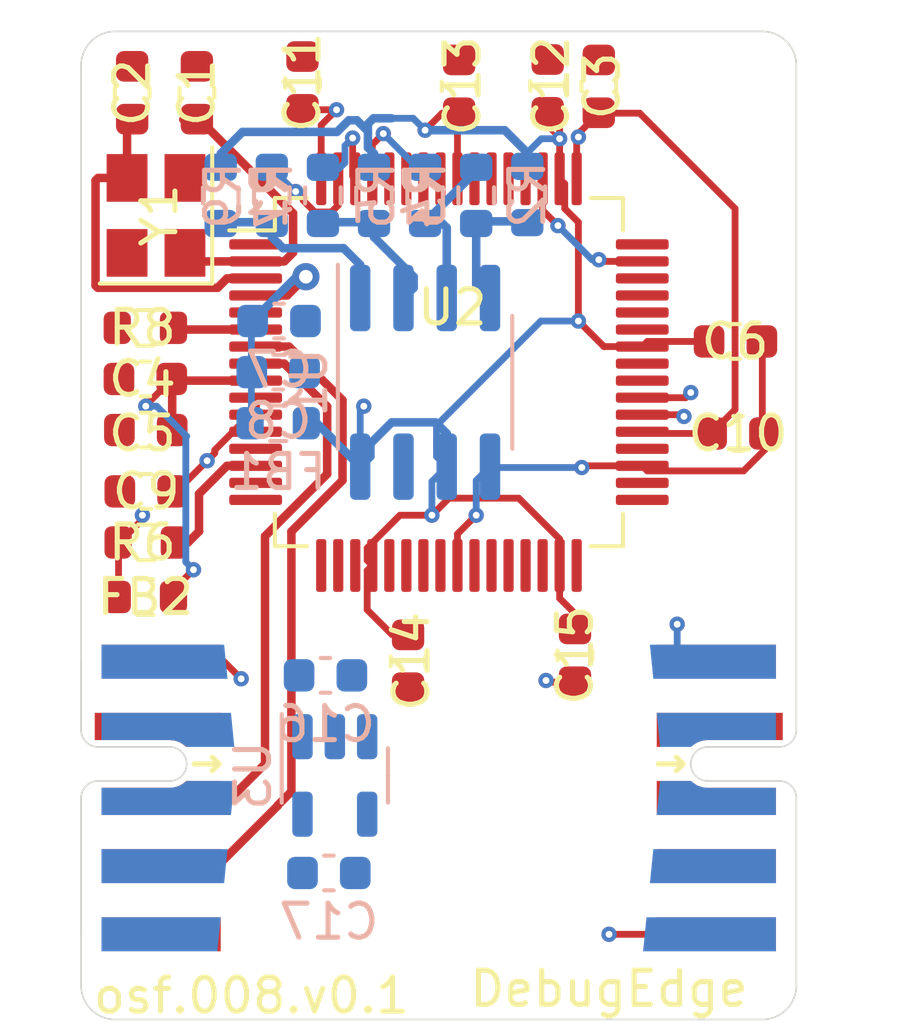
<source format=kicad_pcb>
(kicad_pcb (version 20211014) (generator pcbnew)
  (layers (0 "F.Cu" signal) (1 "In1.Cu" signal) (2 "In2.Cu" signal) (31 "B.Cu" signal) (34 "B.Paste" user) (35 "F.Paste" user) (36 "B.SilkS" user "B.Silkscreen") (37 "F.SilkS" user "F.Silkscreen") (38 "B.Mask" user) (39 "F.Mask" user) (44 "Edge.Cuts" user))
  (net 0 "")
  (net 1 "GND")
  (net 2 "Net-(C1-Pad1)")
  (net 3 "Net-(C7-Pad1)")
  (net 4 "+3V3")
  (net 5 "/Sheet603703E3/DM")
  (net 6 "/Sheet603703E3/DP")
  (net 7 "Net-(R9-Pad1)")
  (net 8 "Net-(R7-Pad1)")
  (net 9 "Net-(R5-Pad1)")
  (net 10 "/Sheet603703E3/RX")
  (net 11 "/Sheet603703E3/TX")
  (net 12 "/Sheet603703E3/TMS")
  (net 13 "/Sheet603703E3/TDO")
  (net 14 "/Sheet603703E3/TDI")
  (net 15 "/Sheet603703E3/TCK")
  (net 16 "Net-(R6-Pad1)")
  (net 17 "Net-(R8-Pad1)")
  (net 18 "Net-(C2-Pad1)")
  (net 19 "/Sheet603703E3/~{reset}")
  (net 20 "+1V8")
  (net 21 "Net-(C4-Pad1)")
  (net 22 "Net-(R1-Pad1)")
  (net 23 "Net-(R2-Pad1)")
  (net 24 "Net-(R3-Pad1)")
  (net 25 "Net-(R4-Pad1)")
  (net 26 "/Sheet603703E3/VCC")
  (net 27 "/Sheet603703E3/Vref")
  (footprint "on_edge:on_edge_2x05_device" (layer "F.Cu") (at 130 106.5 -90)
    (fp_text reference "J1")
    (fp_text value "008_USB_2x2")
    (fp_line (start 0 0) (end 4 0) (layer "Edge.Cuts") (width 0.05))
    (fp_line (start -1.5 -2.6) (end -1.5 -0.5) (layer "Edge.Cuts") (width 0.05))
    (fp_line (start -4 0) (end -2 0) (layer "Edge.Cuts") (width 0.05))
    (fp_line (start -0.5 -0.5) (end -0.5 -2.6) (layer "Edge.Cuts") (width 0.05))
    (fp_arc (start -1.5 -2.6) (mid -1 -3.1) (end -0.5 -2.6) (layer "Edge.Cuts") (width 0.05))
    (fp_arc (start -1.5 -0.5) (mid -1.646447 -0.146447) (end -2 0) (layer "Edge.Cuts") (width 0.05))
    (fp_arc (start 0 0) (mid -0.353553 -0.146447) (end -0.5 -0.5) (layer "Edge.Cuts") (width 0.05))
  )
  (footprint "Package_QFP:LQFP-64_10x10mm_P0.5mm" (layer "F.Cu") (at 140.8 94)
    (fp_text reference "U2")
    (fp_text value "FT2232H")
  )
  (footprint "on_edge:on_edge_2x05_host" (layer "F.Cu") (at 151 106.5 -90)
    (fp_text reference "J2")
    (fp_text value "DebugEdge_02x05")
    (fp_line (start -0.5 2.6) (end -0.5 0.5) (layer "Edge.Cuts") (width 0.05))
    (fp_line (start -4 0) (end -2 0) (layer "Edge.Cuts") (width 0.05))
    (fp_line (start 0 0) (end 4 0) (layer "Edge.Cuts") (width 0.05))
    (fp_line (start -1.5 0.5) (end -1.5 2.6) (layer "Edge.Cuts") (width 0.05))
    (fp_arc (start -2 0) (mid -1.646447 0.146447) (end -1.5 0.5) (layer "Edge.Cuts") (width 0.05))
    (fp_arc (start -0.5 0.5) (mid -0.353553 0.146447) (end 0 0) (layer "Edge.Cuts") (width 0.05))
    (fp_arc (start -0.5 2.6) (mid -1 3.1) (end -1.5 2.6) (layer "Edge.Cuts") (width 0.05))
  )
  (footprint "Capacitor_SMD:C_0603_1608Metric" (layer "F.Cu") (at 133.4 85.8 90)
    (fp_text reference "C1")
    (fp_text value "12pF")
  )
  (footprint "Capacitor_SMD:C_0603_1608Metric" (layer "F.Cu") (at 131.5 85.8 90)
    (fp_text reference "C2")
    (fp_text value "12pF")
  )
  (footprint "Capacitor_SMD:C_0603_1608Metric" (layer "F.Cu") (at 145.2 85.6125 90)
    (fp_text reference "C3")
    (fp_text value "4.7uF")
  )
  (footprint "Capacitor_SMD:C_0603_1608Metric" (layer "F.Cu") (at 131.8875 94.2 180)
    (fp_text reference "C4")
    (fp_text value "4.7uF")
  )
  (footprint "Capacitor_SMD:C_0603_1608Metric" (layer "F.Cu") (at 131.9 95.7 180)
    (fp_text reference "C5")
    (fp_text value "100nF")
  )
  (footprint "Capacitor_SMD:C_0603_1608Metric" (layer "F.Cu") (at 149.2125 93.1)
    (fp_text reference "C6")
    (fp_text value "4.7uF")
  )
  (footprint "Resistor_SMD:R_0603_1608Metric" (layer "F.Cu") (at 131.8875 100.6 180)
    (fp_text reference "FB2")
    (fp_text value "220R")
  )
  (footprint "Resistor_SMD:R_0603_1608Metric" (layer "F.Cu") (at 131.9125 99 180)
    (fp_text reference "R6")
    (fp_text value "1k")
  )
  (footprint "Resistor_SMD:R_0603_1608Metric" (layer "F.Cu") (at 131.8875 92.7 180)
    (fp_text reference "R8")
    (fp_text value "12k")
  )
  (footprint "Crystal:Crystal_SMD_3225-4Pin_3.2x2.5mm" (layer "F.Cu") (at 132.2 89.4 90)
    (fp_text reference "Y1")
    (fp_text value "12MHz")
  )
  (footprint "Capacitor_SMD:C_0603_1608Metric" (layer "F.Cu") (at 131.9125 97.5 180)
    (fp_text reference "C9")
    (fp_text value "100nF")
  )
  (footprint "Capacitor_SMD:C_0603_1608Metric" (layer "F.Cu") (at 149.2875 95.8)
    (fp_text reference "C10")
    (fp_text value "100nF")
  )
  (footprint "Capacitor_SMD:C_0603_1608Metric" (layer "F.Cu") (at 136.5 85.5125 90)
    (fp_text reference "C11")
    (fp_text value "100nF")
  )
  (footprint "Capacitor_SMD:C_0603_1608Metric" (layer "F.Cu") (at 143.7 85.6 90)
    (fp_text reference "C12")
    (fp_text value "100nF")
  )
  (footprint "Capacitor_SMD:C_0603_1608Metric" (layer "F.Cu") (at 141.1 85.6125 90)
    (fp_text reference "C13")
    (fp_text value "100nF")
  )
  (footprint "Capacitor_SMD:C_0603_1608Metric" (layer "F.Cu") (at 139.6 102.4875 -90)
    (fp_text reference "C14")
    (fp_text value "100nF")
  )
  (footprint "Capacitor_SMD:C_0603_1608Metric" (layer "F.Cu") (at 144.5 102.3125 -90)
    (fp_text reference "C15")
    (fp_text value "100nF")
  )
  (footprint "Capacitor_SMD:C_0603_1608Metric" (layer "B.Cu") (at 135.8125 92.5)
    (fp_text reference "C7")
    (fp_text value "4.7uF")
  )
  (footprint "Capacitor_SMD:C_0603_1608Metric" (layer "B.Cu") (at 135.7875 94)
    (fp_text reference "C8")
    (fp_text value "100nF")
  )
  (footprint "Resistor_SMD:R_0603_1608Metric" (layer "B.Cu") (at 135.7875 95.5)
    (fp_text reference "FB1")
    (fp_text value "220R")
  )
  (footprint "Resistor_SMD:R_0603_1608Metric" (layer "B.Cu") (at 134.1 88.8125 90)
    (fp_text reference "R1")
    (fp_text value "10k")
  )
  (footprint "Resistor_SMD:R_0603_1608Metric" (layer "B.Cu") (at 143.1 88.7875 90)
    (fp_text reference "R2")
    (fp_text value "10k")
  )
  (footprint "Resistor_SMD:R_0603_1608Metric" (layer "B.Cu") (at 141.6 88.8125 -90)
    (fp_text reference "R3")
    (fp_text value "2.2k")
  )
  (footprint "Resistor_SMD:R_0603_1608Metric" (layer "B.Cu") (at 138.6 88.8125 90)
    (fp_text reference "R4")
    (fp_text value "10k")
  )
  (footprint "Resistor_SMD:R_0603_1608Metric" (layer "B.Cu") (at 140.1 88.8125 -90)
    (fp_text reference "R5")
    (fp_text value "33R")
  )
  (footprint "Resistor_SMD:R_0603_1608Metric" (layer "B.Cu") (at 137.1 88.8125 -90)
    (fp_text reference "R7")
    (fp_text value "33R")
  )
  (footprint "Resistor_SMD:R_0603_1608Metric" (layer "B.Cu") (at 135.6 88.8125 -90)
    (fp_text reference "R9")
    (fp_text value "33R")
  )
  (footprint "Package_SO:SOIC-8_3.9x4.9mm_P1.27mm" (layer "B.Cu") (at 140.1 94.3 -90)
    (fp_text reference "U1")
    (fp_text value "93CxxC")
  )
  (footprint "Capacitor_SMD:C_0603_1608Metric" (layer "B.Cu") (at 137.175 102.9)
    (fp_text reference "C16")
    (fp_text value "100nF")
  )
  (footprint "Package_TO_SOT_SMD:SOT-23-5" (layer "B.Cu") (at 137.45 105.8375 -90)
    (fp_text reference "U3")
    (fp_text value "TC1017-xCT")
  )
  (footprint "Capacitor_SMD:C_0603_1608Metric" (layer "B.Cu") (at 137.275 108.7)
    (fp_text reference "C17")
    (fp_text value "100nF")
  )
  (gr_line (start 151 102.5) (end 151 85) (layer "Edge.Cuts") (width 0.05))
  (gr_line (start 130 104.5) (end 130 85) (layer "Edge.Cuts") (width 0.05))
  (gr_line (start 150 113) (end 131 113) (layer "Edge.Cuts") (width 0.05))
  (gr_line (start 131 84) (end 150 84) (layer "Edge.Cuts") (width 0.05))
  (gr_arc (start 131 113) (mid 130.292893 112.707107) (end 130 112) (layer "Edge.Cuts") (width 0.05))
  (gr_line (start 130 110.5) (end 130 106.5) (layer "Edge.Cuts") (width 0.05))
  (gr_line (start 151 112) (end 151 110.5) (layer "Edge.Cuts") (width 0.05))
  (gr_arc (start 130 85) (mid 130.292893 84.292893) (end 131 84) (layer "Edge.Cuts") (width 0.05))
  (gr_arc (start 151 112) (mid 150.707107 112.707107) (end 150 113) (layer "Edge.Cuts") (width 0.05))
  (gr_line (start 130 112) (end 130 110.5) (layer "Edge.Cuts") (width 0.05))
  (gr_arc (start 150 84) (mid 150.707107 84.292893) (end 151 85) (layer "Edge.Cuts") (width 0.05))
  (gr_text "DebugEdge" (at 145.5 112.1) (layer "F.SilkS") (effects (font (size 1 1))))
  (gr_text "osf.008.v0.1" (at 135 112.3) (layer "F.SilkS") (effects (font (size 1 1))))
  (segment (start 150 93.1) (end 150 95.725) (width 0.2) (layer "F.Cu") (net 1))
  (segment (start 146.475 96.75) (end 146.625 96.9) (width 0.2) (layer "F.Cu") (net 1))
  (segment (start 134.2 102.5) (end 132.35 102.5) (width 0.2) (layer "F.Cu") (net 1))
  (segment (start 150.075 96.275) (end 150.075 95.8) (width 0.2) (layer "F.Cu") (net 1))
  (segment (start 143.55 89.25) (end 143.55 88.325) (width 0.2) (layer "F.Cu") (net 1))
  (segment (start 141.05 98.75) (end 141.6 98.2) (width 0.2) (layer "F.Cu") (net 1))
  (segment (start 146.475 96.75) (end 144.75 96.75) (width 0.2) (layer "F.Cu") (net 1))
  (segment (start 144 89.7) (end 143.55 89.25) (width 0.2) (layer "F.Cu") (net 1))
  (segment (start 146.625 96.9) (end 149.45 96.9) (width 0.2) (layer "F.Cu") (net 1))
  (segment (start 149.45 96.9) (end 150.075 96.275) (width 0.2) (layer "F.Cu") (net 1))
  (segment (start 146.475 90.75) (end 145.25 90.75) (width 0.2) (layer "F.Cu") (net 1))
  (segment (start 134.7 103) (end 134.2 102.5) (width 0.2) (layer "F.Cu") (net 1))
  (segment (start 150 95.725) (end 150.075 95.8) (width 0.2) (layer "F.Cu") (net 1))
  (segment (start 145.25 90.75) (end 145.2 90.7) (width 0.2) (layer "F.Cu") (net 1))
  (segment (start 135.125 94.75) (end 135.125 95.25) (width 0.25) (layer "F.Cu") (net 1))
  (segment (start 143.7 103.1) (end 143.65 103.05) (width 0.2) (layer "F.Cu") (net 1))
  (segment (start 141.05 99.675) (end 141.05 98.75) (width 0.2) (layer "F.Cu") (net 1))
  (segment (start 144.75 96.75) (end 144.7 96.8) (width 0.2) (layer "F.Cu") (net 1))
  (segment (start 144.5 103.1) (end 143.7 103.1) (width 0.2) (layer "F.Cu") (net 1))
  (via (at 144.7 96.8) (size 0.45) (drill 0.2) (layers "F.Cu" "B.Cu") (net 1))
  (via (at 143.65 103.05) (size 0.45) (drill 0.2) (layers "F.Cu" "B.Cu") (net 1))
  (via (at 134.7 103) (size 0.45) (drill 0.2) (layers "F.Cu" "B.Cu") (net 1))
  (via (at 141.6 98.2) (size 0.45) (drill 0.2) (layers "F.Cu" "B.Cu") (net 1))
  (via (at 144 89.7) (size 0.45) (drill 0.2) (layers "F.Cu" "B.Cu") (net 1))
  (via (at 145.2 90.7) (size 0.45) (drill 0.2) (layers "F.Cu" "B.Cu") (net 1))
  (segment (start 145 90.7) (end 144 89.7) (width 0.2) (layer "B.Cu") (net 1))
  (segment (start 145.2 90.7) (end 145 90.7) (width 0.2) (layer "B.Cu") (net 1))
  (segment (start 144.7 96.8) (end 142.03 96.8) (width 0.2) (layer "B.Cu") (net 1))
  (segment (start 142.03 96.8) (end 142.005 96.775) (width 0.2) (layer "B.Cu") (net 1))
  (segment (start 141.6 98.2) (end 141.6 97.18) (width 0.2) (layer "B.Cu") (net 1))
  (segment (start 141.6 97.18) (end 142.005 96.775) (width 0.2) (layer "B.Cu") (net 1))
  (segment (start 136.22501 90.490692) (end 136.22501 89.33751) (width 0.25) (layer "F.Cu") (net 2))
  (segment (start 135.965702 90.75) (end 136.22501 90.490692) (width 0.25) (layer "F.Cu") (net 2))
  (segment (start 133.475 86.5875) (end 133 86.5875) (width 0.25) (layer "F.Cu") (net 2))
  (segment (start 136.22501 89.33751) (end 133.475 86.5875) (width 0.25) (layer "F.Cu") (net 2))
  (segment (start 135.125 90.75) (end 133.3 90.75) (width 0.25) (layer "F.Cu") (net 2))
  (segment (start 135.125 90.75) (end 135.965702 90.75) (width 0.25) (layer "F.Cu") (net 2))
  (segment (start 133.3 90.75) (end 133.05 90.5) (width 0.25) (layer "F.Cu") (net 2))
  (segment (start 135.125 91.75) (end 136.05 91.75) (width 0.25) (layer "F.Cu") (net 3))
  (segment (start 136.05 91.75) (end 136.6 91.2) (width 0.25) (layer "F.Cu") (net 3))
  (via (at 136.6 91.2) (size 0.8) (drill 0.4) (layers "F.Cu" "B.Cu") (net 3))
  (segment (start 136.6 91.2) (end 136.325 91.2) (width 0.25) (layer "B.Cu") (net 3))
  (segment (start 135 94) (end 135 92.525) (width 0.2) (layer "B.Cu") (net 3))
  (segment (start 135 92.525) (end 135.025 92.5) (width 0.2) (layer "B.Cu") (net 3))
  (segment (start 135 95.5) (end 135 94) (width 0.2) (layer "B.Cu") (net 3))
  (segment (start 136.325 91.2) (end 135.025 92.5) (width 0.25) (layer "B.Cu") (net 3))
  (segment (start 144.5 101.0875) (end 144.05 100.6375) (width 0.2) (layer "F.Cu") (net 4))
  (segment (start 140.8 97.7) (end 140.3 98.2) (width 0.2) (layer "F.Cu") (net 4))
  (segment (start 131.8 98.325) (end 131.125 99) (width 0.2) (layer "F.Cu") (net 4))
  (segment (start 146.625 93.1) (end 146.475 93.25) (width 0.2) (layer "F.Cu") (net 4))
  (segment (start 138.55 99.675) (end 138.4 99.825) (width 0.2) (layer "F.Cu") (net 4))
  (segment (start 144.6 92.5) (end 145.35 93.25) (width 0.2) (layer "F.Cu") (net 4))
  (segment (start 140.6 86.4) (end 140.1 86.9) (width 0.2) (layer "F.Cu") (net 4))
  (segment (start 148.425 93.1) (end 146.625 93.1) (width 0.2) (layer "F.Cu") (net 4))
  (segment (start 144.05 88.325) (end 144.2 88.475) (width 0.2) (layer "F.Cu") (net 4))
  (segment (start 144.05 100.6375) (end 144.05 100.45) (width 0.2) (layer "F.Cu") (net 4))
  (segment (start 143.7 86.825) (end 144.025 87.15) (width 0.1) (layer "F.Cu") (net 4))
  (segment (start 139.361074 98.2) (end 139.981802 98.2) (width 0.2) (layer "F.Cu") (net 4))
  (segment (start 144.05 86.7375) (end 143.7 86.3875) (width 0.2) (layer "F.Cu") (net 4))
  (segment (start 138.4 100.975) (end 139.125 101.7) (width 0.2) (layer "F.Cu") (net 4))
  (segment (start 144.2 89.2) (end 144.6 89.6) (width 0.2) (layer "F.Cu") (net 4))
  (segment (start 144.05 100.45) (end 144.05 99.675) (width 0.2) (layer "F.Cu") (net 4))
  (segment (start 144.025 87.15) (end 144.05 87.15) (width 0.1) (layer "F.Cu") (net 4))
  (segment (start 144.5 101.525) (end 144.5 101.0875) (width 0.2) (layer "F.Cu") (net 4))
  (segment (start 138.4 99.525) (end 138.4 99.161074) (width 0.2) (layer "F.Cu") (net 4))
  (segment (start 141.05 88.325) (end 141.05 86.45) (width 0.2) (layer "F.Cu") (net 4))
  (segment (start 145.35 93.25) (end 146.475 93.25) (width 0.2) (layer "F.Cu") (net 4))
  (segment (start 144.05 99.675) (end 144.05 98.9) (width 0.2) (layer "F.Cu") (net 4))
  (segment (start 139.125 101.7) (end 139.6 101.7) (width 0.2) (layer "F.Cu") (net 4))
  (segment (start 144.6 89.6) (end 144.6 92.5) (width 0.2) (layer "F.Cu") (net 4))
  (segment (start 144.05 98.9) (end 142.85 97.7) (width 0.2) (layer "F.Cu") (net 4))
  (segment (start 142.85 97.7) (end 140.8 97.7) (width 0.2) (layer "F.Cu") (net 4))
  (segment (start 131.1 99.025) (end 131.125 99) (width 0.2) (layer "F.Cu") (net 4))
  (segment (start 138.4 99.161074) (end 139.361074 98.2) (width 0.2) (layer "F.Cu") (net 4))
  (segment (start 141.05 86.45) (end 141.1 86.4) (width 0.2) (layer "F.Cu") (net 4))
  (segment (start 131.8 98.2) (end 131.8 98.325) (width 0.2) (layer "F.Cu") (net 4))
  (segment (start 144.05 88.325) (end 144.05 86.7375) (width 0.2) (layer "F.Cu") (net 4))
  (segment (start 143.7 86.3875) (end 143.7 86.825) (width 0.1) (layer "F.Cu") (net 4))
  (segment (start 144.2 88.475) (end 144.2 89.2) (width 0.2) (layer "F.Cu") (net 4))
  (segment (start 141.1 86.4) (end 140.6 86.4) (width 0.2) (layer "F.Cu") (net 4))
  (segment (start 139.981802 98.2) (end 140.3 98.2) (width 0.2) (layer "F.Cu") (net 4))
  (segment (start 138.4 99.825) (end 138.4 100.975) (width 0.2) (layer "F.Cu") (net 4))
  (segment (start 131.1 100.6) (end 131.1 99.025) (width 0.2) (layer "F.Cu") (net 4))
  (segment (start 138.55 99.675) (end 138.4 99.525) (width 0.2) (layer "F.Cu") (net 4))
  (via (at 138.3 95) (size 0.45) (drill 0.2) (layers "F.Cu" "B.Cu") (net 4))
  (via (at 131.8 98.2) (size 0.45) (drill 0.2) (layers "F.Cu" "B.Cu") (net 4))
  (via (at 144.6 92.5) (size 0.45) (drill 0.2) (layers "F.Cu" "B.Cu") (net 4))
  (via (at 140.3 98.2) (size 0.45) (drill 0.2) (layers "F.Cu" "B.Cu") (net 4))
  (via (at 140.1 86.9) (size 0.45) (drill 0.2) (layers "F.Cu" "B.Cu") (net 4))
  (via (at 144.05 87.15) (size 0.45) (drill 0.2) (layers "F.Cu" "B.Cu") (net 4))
  (segment (start 138.422803 87.410303) (end 138.422803 86.932535) (width 0.25) (layer "B.Cu") (net 4))
  (segment (start 138.6 88.025) (end 138.6 87.5875) (width 0.25) (layer "B.Cu") (net 4))
  (segment (start 134.1 87.5875) (end 134.1 88.025) (width 0.25) (layer "B.Cu") (net 4))
  (segment (start 138.422803 86.711193) (end 138.422803 87.410303) (width 0.25) (layer "B.Cu") (net 4))
  (segment (start 140.3 98.2) (end 140.3 97.21) (width 0.2) (layer "B.Cu") (net 4))
  (segment (start 143.5125 87.15) (end 143.731802 87.15) (width 0.2) (layer "B.Cu") (net 4))
  (segment (start 136.575 95.5) (end 136.92 95.5) (width 0.25) (layer "B.Cu") (net 4))
  (segment (start 138.195 95.105) (end 138.3 95) (width 0.2) (layer "B.Cu") (net 4))
  (segment (start 138.195 96.775) (end 138.495 96.475) (width 0.25) (layer "B.Cu") (net 4))
  (segment (start 138.583998 86.549998) (end 138.422803 86.711193) (width 0.25) (layer "B.Cu") (net 4))
  (segment (start 143.1 87.5625) (end 143.5125 87.15) (width 0.2) (layer "B.Cu") (net 4))
  (segment (start 139.749998 86.549998) (end 139.116002 86.549998) (width 0.2) (layer "B.Cu") (net 4))
  (segment (start 143.1 87.5625) (end 142.4375 86.9) (width 0.25) (layer "B.Cu") (net 4))
  (segment (start 140.40999 95.47499) (end 140.735 95.8) (width 0.25) (layer "B.Cu") (net 4))
  (segment (start 143.731802 87.15) (end 144.05 87.15) (width 0.2) (layer "B.Cu") (net 4))
  (segment (start 137.857061 86.608941) (end 137.516001 86.950001) (width 0.25) (layer "B.Cu") (net 4))
  (segment (start 140.735 96.775) (end 140.435 96.475) (width 0.2) (layer "B.Cu") (net 4))
  (segment (start 140.735 95.8) (end 140.735 96.775) (width 0.25) (layer "B.Cu") (net 4))
  (segment (start 140.3 97.21) (end 140.735 96.775) (width 0.2) (layer "B.Cu") (net 4))
  (segment (start 138.422803 86.932535) (end 138.099209 86.608941) (width 0.25) (layer "B.Cu") (net 4))
  (segment (start 139.116002 86.549998) (end 138.583998 86.549998) (width 0.25) (layer "B.Cu") (net 4))
  (segment (start 140.435 95.565) (end 143.5 92.5) (width 0.2) (layer "B.Cu") (net 4))
  (segment (start 138.495 96.098232) (end 139.118242 95.47499) (width 0.25) (layer "B.Cu") (net 4))
  (segment (start 138.6 87.5875) (end 138.422803 87.410303) (width 0.25) (layer "B.Cu") (net 4))
  (segment (start 140.435 96.475) (end 140.435 95.565) (width 0.2) (layer "B.Cu") (net 4))
  (segment (start 138.195 96.775) (end 138.195 95.105) (width 0.2) (layer "B.Cu") (net 4))
  (segment (start 138.495 96.475) (end 138.495 96.098232) (width 0.25) (layer "B.Cu") (net 4))
  (segment (start 143.1 88) (end 143.1 87.5625) (width 0.2) (layer "B.Cu") (net 4))
  (segment (start 143.5 92.5) (end 144.6 92.5) (width 0.2) (layer "B.Cu") (net 4))
  (segment (start 137.516001 86.950001) (end 134.737499 86.950001) (width 0.25) (layer "B.Cu") (net 4))
  (segment (start 142.4375 86.9) (end 140.1 86.9) (width 0.25) (layer "B.Cu") (net 4))
  (segment (start 140.1 86.9) (end 139.749998 86.549998) (width 0.2) (layer "B.Cu") (net 4))
  (segment (start 138.099209 86.608941) (end 137.857061 86.608941) (width 0.25) (layer "B.Cu") (net 4))
  (segment (start 136.92 95.5) (end 138.195 96.775) (width 0.25) (layer "B.Cu") (net 4))
  (segment (start 134.737499 86.950001) (end 134.1 87.5875) (width 0.25) (layer "B.Cu") (net 4))
  (segment (start 139.118242 95.47499) (end 140.40999 95.47499) (width 0.25) (layer "B.Cu") (net 4))
  (segment (start 135.774423 106.711634) (end 135.774423 106.725577) (width 0.25) (layer "F.Cu") (net 5))
  (segment (start 137.675012 97.1771) (end 136.174422 98.67769) (width 0.25) (layer "F.Cu") (net 5))
  (segment (start 135.125 93.25) (end 136.102113 93.25) (width 0.25) (layer "F.Cu") (net 5))
  (segment (start 137.675012 94.822899) (end 137.675012 97.1771) (width 0.25) (layer "F.Cu") (net 5))
  (segment (start 135.774423 106.725577) (end 134 108.5) (width 0.25) (layer "F.Cu") (net 5))
  (segment (start 134 108.5) (end 132.35 108.5) (width 0.25) (layer "F.Cu") (net 5))
  (segment (start 136.174422 98.67769) (end 136.174422 106.311635) (width 0.25) (layer "F.Cu") (net 5))
  (segment (start 136.174422 106.311635) (end 135.774423 106.711634) (width 0.25) (layer "F.Cu") (net 5))
  (segment (start 136.102113 93.25) (end 137.675012 94.822899) (width 0.25) (layer "F.Cu") (net 5))
  (segment (start 137.225001 96.990701) (end 135.4 98.815702) (width 0.25) (layer "F.Cu") (net 6))
  (segment (start 135.125 93.75) (end 135.965702 93.75) (width 0.25) (layer "F.Cu") (net 6))
  (segment (start 134.4 106.5) (end 133.6 106.5) (width 0.25) (layer "F.Cu") (net 6))
  (segment (start 135.4 105.5) (end 134.4 106.5) (width 0.25) (layer "F.Cu") (net 6))
  (segment (start 135.965702 93.75) (end 137.225001 95.009299) (width 0.25) (layer "F.Cu") (net 6))
  (segment (start 135.4 98.815702) (end 135.4 105.5) (width 0.25) (layer "F.Cu") (net 6))
  (segment (start 137.225001 95.009299) (end 137.225001 96.990701) (width 0.25) (layer "F.Cu") (net 6))
  (segment (start 137.55 89.1) (end 137.55 88.325) (width 0.2) (layer "F.Cu") (net 7))
  (segment (start 136.524999 88.963925) (end 136.861084 89.30001) (width 0.2) (layer "F.Cu") (net 7))
  (segment (start 137.34999 89.30001) (end 137.55 89.1) (width 0.2) (layer "F.Cu") (net 7))
  (segment (start 136.524999 88.924999) (end 136.524999 88.963925) (width 0.2) (layer "F.Cu") (net 7))
  (segment (start 136.3 88.7) (end 136.524999 88.924999) (width 0.2) (layer "F.Cu") (net 7))
  (segment (start 136.861084 89.30001) (end 137.34999 89.30001) (width 0.2) (layer "F.Cu") (net 7))
  (via (at 136.3 88.7) (size 0.45) (drill 0.2) (layers "F.Cu" "B.Cu") (net 7))
  (segment (start 136.275 88.7) (end 135.6 88.025) (width 0.2) (layer "B.Cu") (net 7))
  (segment (start 136.3 88.7) (end 136.275 88.7) (width 0.2) (layer "B.Cu") (net 7))
  (segment (start 137.972801 87.129612) (end 137.972801 88.247801) (width 0.2) (layer "F.Cu") (net 8))
  (segment (start 137.972801 88.247801) (end 138.05 88.325) (width 0.2) (layer "F.Cu") (net 8))
  (via (at 137.972801 87.129612) (size 0.45) (drill 0.2) (layers "F.Cu" "B.Cu") (net 8))
  (segment (start 137.1 88.025) (end 137.575 88.025) (width 0.2) (layer "B.Cu") (net 8))
  (segment (start 137.747802 87.852198) (end 137.747802 87.354611) (width 0.2) (layer "B.Cu") (net 8))
  (segment (start 137.747802 87.354611) (end 137.972801 87.129612) (width 0.2) (layer "B.Cu") (net 8))
  (segment (start 137.575 88.025) (end 137.747802 87.852198) (width 0.2) (layer "B.Cu") (net 8))
  (segment (start 138.872813 87) (end 138.55 87.322813) (width 0.2) (layer "F.Cu") (net 9))
  (segment (start 138.55 87.322813) (end 138.55 88.325) (width 0.2) (layer "F.Cu") (net 9))
  (via (at 138.872813 87) (size 0.45) (drill 0.2) (layers "F.Cu" "B.Cu") (net 9))
  (segment (start 139.897813 88.025) (end 138.872813 87) (width 0.2) (layer "B.Cu") (net 9))
  (segment (start 140.1 88.025) (end 139.897813 88.025) (width 0.2) (layer "B.Cu") (net 9))
  (segment (start 147.75 94.75) (end 147.9 94.6) (width 0.2) (layer "F.Cu") (net 10))
  (segment (start 146.475 94.75) (end 147.75 94.75) (width 0.2) (layer "F.Cu") (net 10))
  (segment (start 145.5 110.5) (end 148.65 110.5) (width 0.2) (layer "F.Cu") (net 10))
  (via (at 147.9 94.6) (size 0.45) (drill 0.2) (layers "F.Cu" "B.Cu") (net 10))
  (via (at 145.5 110.5) (size 0.45) (drill 0.2) (layers "F.Cu" "B.Cu") (net 10))
  (segment (start 146.475 95.25) (end 147.65 95.25) (width 0.2) (layer "F.Cu") (net 11))
  (segment (start 147.65 95.25) (end 147.7 95.3) (width 0.2) (layer "F.Cu") (net 11))
  (via (at 147.7 95.3) (size 0.45) (drill 0.2) (layers "F.Cu" "B.Cu") (net 11))
  (via (at 147.5 101.4) (size 0.45) (drill 0.2) (layers "F.Cu" "B.Cu") (net 11))
  (segment (start 147.5 101.4) (end 147.5 102.4) (width 0.2) (layer "B.Cu") (net 11))
  (segment (start 147.5 102.4) (end 148.5 102.4) (width 0.2) (layer "B.Cu") (net 11))
  (segment (start 148.5 102.4) (end 148.6 102.5) (width 0.2) (layer "B.Cu") (net 11))
  (segment (start 133.46251 97.571788) (end 133.46251 98.67499) (width 0.25) (layer "F.Cu") (net 16))
  (segment (start 133.46251 98.67499) (end 133.1375 99) (width 0.25) (layer "F.Cu") (net 16))
  (segment (start 133.1375 99) (end 132.7 99) (width 0.25) (layer "F.Cu") (net 16))
  (segment (start 135.125 96.75) (end 134.284298 96.75) (width 0.25) (layer "F.Cu") (net 16))
  (segment (start 134.284298 96.75) (end 133.46251 97.571788) (width 0.25) (layer "F.Cu") (net 16))
  (segment (start 132.675 92.7) (end 132.725 92.75) (width 0.25) (layer "F.Cu") (net 17))
  (segment (start 132.725 92.75) (end 135.025 92.75) (width 0.25) (layer "F.Cu") (net 17))
  (segment (start 131.35 88.3) (end 131.35 86.7375) (width 0.25) (layer "F.Cu") (net 18))
  (segment (start 131.35 86.7375) (end 131.5 86.5875) (width 0.25) (layer "F.Cu") (net 18))
  (segment (start 130.424999 91.460001) (end 130.489999 91.525001) (width 0.25) (layer "F.Cu") (net 18))
  (segment (start 131.35 88.3) (end 130.5 88.3) (width 0.25) (layer "F.Cu") (net 18))
  (segment (start 134.35 91.25) (end 135.125 91.25) (width 0.25) (layer "F.Cu") (net 18))
  (segment (start 130.5 88.3) (end 130.424999 88.375001) (width 0.25) (layer "F.Cu") (net 18))
  (segment (start 130.424999 88.375001) (end 130.424999 91.460001) (width 0.25) (layer "F.Cu") (net 18))
  (segment (start 134.009297 91.525001) (end 134.284298 91.25) (width 0.25) (layer "F.Cu") (net 18))
  (segment (start 130.489999 91.525001) (end 134.009297 91.525001) (width 0.25) (layer "F.Cu") (net 18))
  (segment (start 134.284298 91.25) (end 134.35 91.25) (width 0.25) (layer "F.Cu") (net 18))
  (segment (start 148.5 95.8) (end 146.525 95.8) (width 0.2) (layer "F.Cu") (net 20))
  (segment (start 146.525 95.8) (end 146.475 95.75) (width 0.2) (layer "F.Cu") (net 20))
  (segment (start 149.2 95.1) (end 149.2 89.2) (width 0.2) (layer "F.Cu") (net 20))
  (segment (start 148.5 95.8) (end 149.2 95.1) (width 0.2) (layer "F.Cu") (net 20))
  (segment (start 135.125 95.75) (end 134.975 95.6) (width 0.2) (layer "F.Cu") (net 20))
  (segment (start 144.6 87) (end 145.2 86.4) (width 0.2) (layer "F.Cu") (net 20))
  (segment (start 132.8 97.5) (end 133.7 96.6) (width 0.2) (layer "F.Cu") (net 20))
  (segment (start 134.975 95.6) (end 134.611074 95.6) (width 0.2) (layer "F.Cu") (net 20))
  (segment (start 137.05 88.325) (end 137.05 86.75) (width 0.2) (layer "F.Cu") (net 20))
  (segment (start 146.4 86.4) (end 145.2 86.4) (width 0.2) (layer "F.Cu") (net 20))
  (segment (start 132.7 97.5) (end 132.8 97.5) (width 0.2) (layer "F.Cu") (net 20))
  (segment (start 133.924999 96.375001) (end 133.7 96.6) (width 0.2) (layer "F.Cu") (net 20))
  (segment (start 144.55 88.325) (end 144.55 87.15) (width 0.2) (layer "F.Cu") (net 20))
  (segment (start 136.5 86.3) (end 137.5 86.3) (width 0.2) (layer "F.Cu") (net 20))
  (segment (start 144.55 87.15) (end 144.6 87.1) (width 0.2) (layer "F.Cu") (net 20))
  (segment (start 134.611074 95.6) (end 133.924999 96.286075) (width 0.2) (layer "F.Cu") (net 20))
  (segment (start 149.2 89.2) (end 146.4 86.4) (width 0.2) (layer "F.Cu") (net 20))
  (segment (start 137.05 86.75) (end 137.5 86.3) (width 0.2) (layer "F.Cu") (net 20))
  (segment (start 133.924999 96.286075) (end 133.924999 96.375001) (width 0.2) (layer "F.Cu") (net 20))
  (segment (start 144.6 87.1) (end 144.6 87) (width 0.2) (layer "F.Cu") (net 20))
  (via (at 133.7 96.6) (size 0.45) (drill 0.2) (layers "F.Cu" "B.Cu") (net 20))
  (via (at 137.5 86.3) (size 0.45) (drill 0.2) (layers "F.Cu" "B.Cu") (net 20))
  (via (at 144.6 87.1) (size 0.45) (drill 0.2) (layers "F.Cu" "B.Cu") (net 20))
  (segment (start 132.675 94.2) (end 132.725 94.25) (width 0.25) (layer "F.Cu") (net 21))
  (segment (start 132.675 100.6) (end 132.675 100.425) (width 0.2) (layer "F.Cu") (net 21))
  (segment (start 131.9 95) (end 131.9 94.975) (width 0.2) (layer "F.Cu") (net 21))
  (segment (start 131.9 94.975) (end 132.675 94.2) (width 0.2) (layer "F.Cu") (net 21))
  (segment (start 132.675 95.6875) (end 132.6875 95.7) (width 0.25) (layer "F.Cu") (net 21))
  (segment (start 132.725 94.25) (end 135.025 94.25) (width 0.25) (layer "F.Cu") (net 21))
  (segment (start 132.675 94.2) (end 132.675 95.6875) (width 0.25) (layer "F.Cu") (net 21))
  (segment (start 132.675 100.425) (end 133.3 99.8) (width 0.2) (layer "F.Cu") (net 21))
  (via (at 133.3 99.8) (size 0.45) (drill 0.2) (layers "F.Cu" "B.Cu") (net 21))
  (via (at 131.9 95) (size 0.45) (drill 0.2) (layers "F.Cu" "B.Cu") (net 21))
  (segment (start 133.075001 95.906801) (end 133.075001 99.575001) (width 0.2) (layer "B.Cu") (net 21))
  (segment (start 133.1 95.881802) (end 133.075001 95.906801) (width 0.2) (layer "B.Cu") (net 21))
  (segment (start 132.218198 95) (end 133.1 95.881802) (width 0.2) (layer "B.Cu") (net 21))
  (segment (start 133.075001 99.575001) (end 133.3 99.8) (width 0.2) (layer "B.Cu") (net 21))
  (segment (start 131.9 95) (end 132.218198 95) (width 0.2) (layer "B.Cu") (net 21))
  (segment (start 138.195 90.85) (end 137.70751 90.36251) (width 0.25) (layer "B.Cu") (net 22))
  (segment (start 135.92501 90.36251) (end 135.6 90.0375) (width 0.25) (layer "B.Cu") (net 22))
  (segment (start 135.6 90.0375) (end 135.6 89.6) (width 0.25) (layer "B.Cu") (net 22))
  (segment (start 137.70751 90.36251) (end 135.92501 90.36251) (width 0.25) (layer "B.Cu") (net 22))
  (segment (start 138.195 91.825) (end 138.195 90.85) (width 0.25) (layer "B.Cu") (net 22))
  (segment (start 135.6 89.6) (end 134.1 89.6) (width 0.25) (layer "B.Cu") (net 22))
  (segment (start 143.1 89.575) (end 141.625 89.575) (width 0.25) (layer "B.Cu") (net 23))
  (segment (start 141.6 91.42) (end 142.005 91.825) (width 0.25) (layer "B.Cu") (net 23))
  (segment (start 141.625 89.575) (end 141.6 89.6) (width 0.25) (layer "B.Cu") (net 23))
  (segment (start 141.6 89.6) (end 141.6 91.42) (width 0.25) (layer "B.Cu") (net 23))
  (segment (start 140.1 89.6) (end 140.575 89.6) (width 0.25) (layer "B.Cu") (net 24))
  (segment (start 140.575 89.6) (end 140.735 89.76) (width 0.25) (layer "B.Cu") (net 24))
  (segment (start 140.735 90.85) (end 140.735 91.825) (width 0.25) (layer "B.Cu") (net 24))
  (segment (start 141.6 88.025) (end 141.6 88.1) (width 0.25) (layer "B.Cu") (net 24))
  (segment (start 141.6 88.1) (end 140.1 89.6) (width 0.25) (layer "B.Cu") (net 24))
  (segment (start 140.735 89.76) (end 140.735 90.85) (width 0.25) (layer "B.Cu") (net 24))
  (segment (start 139.765 91.2025) (end 139.765 91.525) (width 0.25) (layer "B.Cu") (net 25))
  (segment (start 138.6 89.6) (end 138.6 90.0375) (width 0.25) (layer "B.Cu") (net 25))
  (segment (start 138.6 90.0375) (end 139.765 91.2025) (width 0.25) (layer "B.Cu") (net 25))
  (segment (start 139.765 91.525) (end 139.465 91.825) (width 0.25) (layer "B.Cu") (net 25))
  (segment (start 137.1 89.6) (end 138.6 89.6) (width 0.25) (layer "B.Cu") (net 25))
)
</source>
